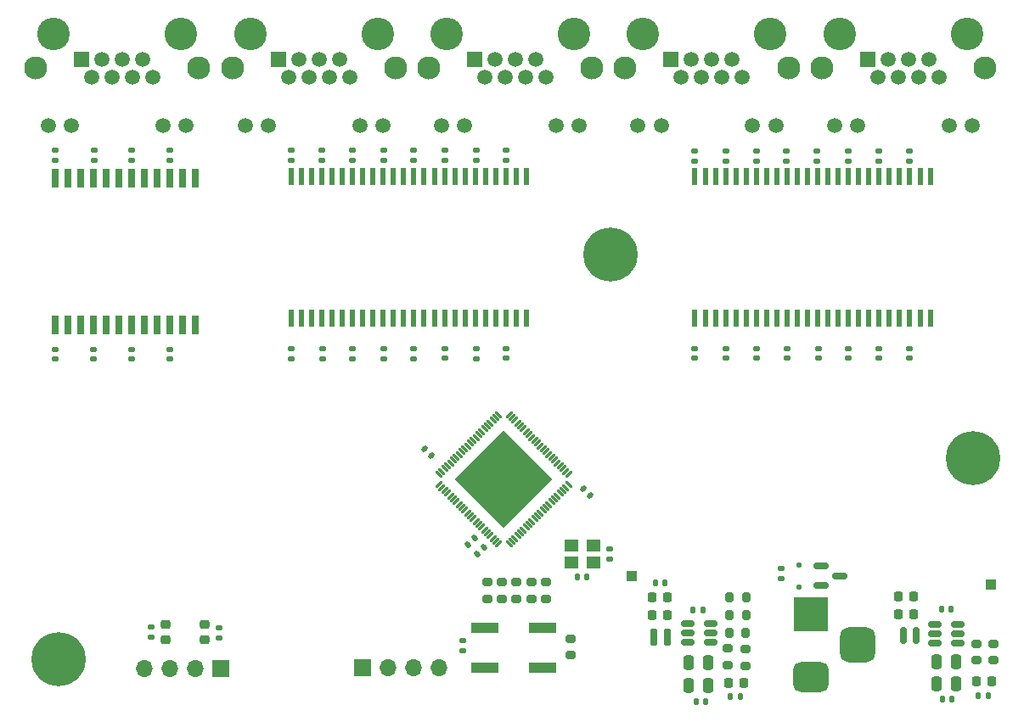
<source format=gts>
G04 #@! TF.GenerationSoftware,KiCad,Pcbnew,(7.0.0)*
G04 #@! TF.CreationDate,2023-06-14T17:50:15+02:00*
G04 #@! TF.ProjectId,Switch ETHERNET,53776974-6368-4204-9554-4845524e4554,rev?*
G04 #@! TF.SameCoordinates,Original*
G04 #@! TF.FileFunction,Soldermask,Top*
G04 #@! TF.FilePolarity,Negative*
%FSLAX46Y46*%
G04 Gerber Fmt 4.6, Leading zero omitted, Abs format (unit mm)*
G04 Created by KiCad (PCBNEW (7.0.0)) date 2023-06-14 17:50:15*
%MOMM*%
%LPD*%
G01*
G04 APERTURE LIST*
G04 Aperture macros list*
%AMRoundRect*
0 Rectangle with rounded corners*
0 $1 Rounding radius*
0 $2 $3 $4 $5 $6 $7 $8 $9 X,Y pos of 4 corners*
0 Add a 4 corners polygon primitive as box body*
4,1,4,$2,$3,$4,$5,$6,$7,$8,$9,$2,$3,0*
0 Add four circle primitives for the rounded corners*
1,1,$1+$1,$2,$3*
1,1,$1+$1,$4,$5*
1,1,$1+$1,$6,$7*
1,1,$1+$1,$8,$9*
0 Add four rect primitives between the rounded corners*
20,1,$1+$1,$2,$3,$4,$5,0*
20,1,$1+$1,$4,$5,$6,$7,0*
20,1,$1+$1,$6,$7,$8,$9,0*
20,1,$1+$1,$8,$9,$2,$3,0*%
%AMRotRect*
0 Rectangle, with rotation*
0 The origin of the aperture is its center*
0 $1 length*
0 $2 width*
0 $3 Rotation angle, in degrees counterclockwise*
0 Add horizontal line*
21,1,$1,$2,0,0,$3*%
G04 Aperture macros list end*
%ADD10R,1.000000X1.000000*%
%ADD11RoundRect,0.140000X0.170000X-0.140000X0.170000X0.140000X-0.170000X0.140000X-0.170000X-0.140000X0*%
%ADD12RoundRect,0.225000X-0.225000X-0.250000X0.225000X-0.250000X0.225000X0.250000X-0.225000X0.250000X0*%
%ADD13RoundRect,0.150000X-0.587500X-0.150000X0.587500X-0.150000X0.587500X0.150000X-0.587500X0.150000X0*%
%ADD14RoundRect,0.135000X0.185000X-0.135000X0.185000X0.135000X-0.185000X0.135000X-0.185000X-0.135000X0*%
%ADD15RoundRect,0.200000X-0.275000X0.200000X-0.275000X-0.200000X0.275000X-0.200000X0.275000X0.200000X0*%
%ADD16RoundRect,0.225000X0.250000X-0.225000X0.250000X0.225000X-0.250000X0.225000X-0.250000X-0.225000X0*%
%ADD17C,0.800000*%
%ADD18C,5.400000*%
%ADD19R,1.700000X1.700000*%
%ADD20O,1.700000X1.700000*%
%ADD21RoundRect,0.140000X-0.021213X0.219203X-0.219203X0.021213X0.021213X-0.219203X0.219203X-0.021213X0*%
%ADD22RoundRect,0.200000X0.275000X-0.200000X0.275000X0.200000X-0.275000X0.200000X-0.275000X-0.200000X0*%
%ADD23RoundRect,0.006600X0.219203X0.365433X-0.365433X-0.219203X-0.219203X-0.365433X0.365433X0.219203X0*%
%ADD24RoundRect,0.022000X-0.219203X0.343654X-0.343654X0.219203X0.219203X-0.343654X0.343654X-0.219203X0*%
%ADD25RotRect,6.900000X6.900000X225.000000*%
%ADD26RoundRect,0.140000X-0.140000X-0.170000X0.140000X-0.170000X0.140000X0.170000X-0.140000X0.170000X0*%
%ADD27C,3.250000*%
%ADD28R,1.500000X1.500000*%
%ADD29C,1.500000*%
%ADD30C,2.300000*%
%ADD31RoundRect,0.135000X-0.135000X-0.185000X0.135000X-0.185000X0.135000X0.185000X-0.135000X0.185000X0*%
%ADD32RoundRect,0.250000X-0.250000X-0.475000X0.250000X-0.475000X0.250000X0.475000X-0.250000X0.475000X0*%
%ADD33RoundRect,0.190000X0.190000X-0.765000X0.190000X0.765000X-0.190000X0.765000X-0.190000X-0.765000X0*%
%ADD34R,3.500000X3.500000*%
%ADD35RoundRect,0.750000X1.000000X-0.750000X1.000000X0.750000X-1.000000X0.750000X-1.000000X-0.750000X0*%
%ADD36RoundRect,0.875000X0.875000X-0.875000X0.875000X0.875000X-0.875000X0.875000X-0.875000X-0.875000X0*%
%ADD37RoundRect,0.140000X0.219203X0.021213X0.021213X0.219203X-0.219203X-0.021213X-0.021213X-0.219203X0*%
%ADD38R,0.630000X1.700000*%
%ADD39R,1.400000X1.200000*%
%ADD40R,2.800000X1.000000*%
%ADD41RoundRect,0.140000X-0.219203X-0.021213X-0.021213X-0.219203X0.219203X0.021213X0.021213X0.219203X0*%
%ADD42RoundRect,0.140000X0.140000X0.170000X-0.140000X0.170000X-0.140000X-0.170000X0.140000X-0.170000X0*%
%ADD43RoundRect,0.200000X-0.200000X-0.275000X0.200000X-0.275000X0.200000X0.275000X-0.200000X0.275000X0*%
%ADD44RoundRect,0.140000X-0.170000X0.140000X-0.170000X-0.140000X0.170000X-0.140000X0.170000X0.140000X0*%
%ADD45RoundRect,0.152174X0.197826X0.697826X-0.197826X0.697826X-0.197826X-0.697826X0.197826X-0.697826X0*%
%ADD46RoundRect,0.141304X0.183696X0.683696X-0.183696X0.683696X-0.183696X-0.683696X0.183696X-0.683696X0*%
%ADD47RoundRect,0.150000X-0.512500X-0.150000X0.512500X-0.150000X0.512500X0.150000X-0.512500X0.150000X0*%
%ADD48RoundRect,0.125000X0.125000X-0.125000X0.125000X0.125000X-0.125000X0.125000X-0.125000X-0.125000X0*%
%ADD49RoundRect,0.200000X0.200000X0.275000X-0.200000X0.275000X-0.200000X-0.275000X0.200000X-0.275000X0*%
%ADD50RoundRect,0.225000X0.225000X0.250000X-0.225000X0.250000X-0.225000X-0.250000X0.225000X-0.250000X0*%
%ADD51RoundRect,0.135000X0.135000X0.185000X-0.135000X0.185000X-0.135000X-0.185000X0.135000X-0.185000X0*%
G04 APERTURE END LIST*
D10*
X247849999Y-86649999D03*
D11*
X221400000Y-64080000D03*
X221400000Y-63120000D03*
D12*
X238603800Y-89593400D03*
X240153800Y-89593400D03*
D11*
X184200000Y-64100000D03*
X184200000Y-63140000D03*
D13*
X230902800Y-84839000D03*
X230902800Y-86739000D03*
X232777800Y-85789000D03*
D14*
X221400000Y-44452000D03*
X221400000Y-43432000D03*
D15*
X248123800Y-92568400D03*
X248123800Y-94218400D03*
D16*
X165540000Y-92200500D03*
X165540000Y-90650500D03*
D15*
X221635000Y-93051400D03*
X221635000Y-94701400D03*
D17*
X244043109Y-74068109D03*
X244636218Y-72636218D03*
X244636218Y-75500000D03*
X246068109Y-72043109D03*
D18*
X246068109Y-74068109D03*
D17*
X246068109Y-76093109D03*
X247500000Y-72636218D03*
X247500000Y-75500000D03*
X248093109Y-74068109D03*
D19*
X171058999Y-95082799D03*
D20*
X168518999Y-95082799D03*
X165978999Y-95082799D03*
X163438999Y-95082799D03*
D14*
X224500000Y-44452000D03*
X224500000Y-43432000D03*
D11*
X162180000Y-64140000D03*
X162180000Y-63180000D03*
D21*
X196402011Y-82017989D03*
X195723189Y-82696811D03*
D11*
X230650000Y-64080000D03*
X230650000Y-63120000D03*
D14*
X187290000Y-44325000D03*
X187290000Y-43305000D03*
D22*
X223385000Y-94776400D03*
X223385000Y-93126400D03*
X202031600Y-88072400D03*
X202031600Y-86422400D03*
D23*
X205745584Y-75647057D03*
X205462742Y-75364214D03*
X205179899Y-75081371D03*
X204897056Y-74798528D03*
X204614214Y-74515686D03*
X204331371Y-74232843D03*
X204048528Y-73950000D03*
X203765685Y-73667158D03*
X203482843Y-73384315D03*
X203200000Y-73101472D03*
X202917157Y-72818629D03*
X202634315Y-72535787D03*
X202351472Y-72252944D03*
X202068629Y-71970101D03*
X201785786Y-71687259D03*
X201502944Y-71404416D03*
X201220101Y-71121573D03*
X200937258Y-70838730D03*
X200654416Y-70555888D03*
X200371573Y-70273045D03*
X200088730Y-69990202D03*
X199805887Y-69707360D03*
D24*
X198766441Y-69707360D03*
X198483598Y-69990202D03*
X198200755Y-70273045D03*
X197917912Y-70555888D03*
X197635070Y-70838730D03*
X197352227Y-71121573D03*
X197069384Y-71404416D03*
X196786542Y-71687259D03*
X196503699Y-71970101D03*
X196220856Y-72252944D03*
X195938013Y-72535787D03*
X195655171Y-72818629D03*
X195372328Y-73101472D03*
X195089485Y-73384315D03*
X194806643Y-73667158D03*
X194523800Y-73950000D03*
X194240957Y-74232843D03*
X193958114Y-74515686D03*
X193675272Y-74798528D03*
X193392429Y-75081371D03*
X193109586Y-75364214D03*
X192826744Y-75647057D03*
D23*
X192826744Y-76686503D03*
X193109586Y-76969346D03*
X193392429Y-77252189D03*
X193675272Y-77535032D03*
X193958114Y-77817874D03*
X194240957Y-78100717D03*
X194523800Y-78383560D03*
X194806643Y-78666402D03*
X195089485Y-78949245D03*
X195372328Y-79232088D03*
X195655171Y-79514931D03*
X195938013Y-79797773D03*
X196220856Y-80080616D03*
X196503699Y-80363459D03*
X196786542Y-80646301D03*
X197069384Y-80929144D03*
X197352227Y-81211987D03*
X197635070Y-81494830D03*
X197917912Y-81777672D03*
X198200755Y-82060515D03*
X198483598Y-82343358D03*
X198766441Y-82626200D03*
D24*
X199805887Y-82626200D03*
X200088730Y-82343358D03*
X200371573Y-82060515D03*
X200654416Y-81777672D03*
X200937258Y-81494830D03*
X201220101Y-81211987D03*
X201502944Y-80929144D03*
X201785786Y-80646301D03*
X202068629Y-80363459D03*
X202351472Y-80080616D03*
X202634315Y-79797773D03*
X202917157Y-79514931D03*
X203200000Y-79232088D03*
X203482843Y-78949245D03*
X203765685Y-78666402D03*
X204048528Y-78383560D03*
X204331371Y-78100717D03*
X204614214Y-77817874D03*
X204897056Y-77535032D03*
X205179899Y-77252189D03*
X205462742Y-76969346D03*
X205745584Y-76686503D03*
D25*
X199286163Y-76166779D03*
D22*
X246373800Y-94218400D03*
X246373800Y-92568400D03*
D26*
X218155000Y-89201400D03*
X219115000Y-89201400D03*
D11*
X154570000Y-64140000D03*
X154570000Y-63180000D03*
X190300000Y-64100000D03*
X190300000Y-63140000D03*
D16*
X169418000Y-92200500D03*
X169418000Y-90650500D03*
D27*
X154404000Y-31690000D03*
X167104000Y-31690000D03*
D28*
X157193999Y-34229999D03*
D29*
X158210000Y-36010000D03*
X159226000Y-34230000D03*
X160242000Y-36010000D03*
X161258000Y-34230000D03*
X162274000Y-36010000D03*
X163290000Y-34230000D03*
X164306000Y-36010000D03*
X153894000Y-40830000D03*
X156184000Y-40830000D03*
X165324000Y-40830000D03*
X167614000Y-40830000D03*
D30*
X152624000Y-35120000D03*
X168884000Y-35120000D03*
D12*
X214025000Y-89701400D03*
X215575000Y-89701400D03*
D31*
X221865000Y-97851400D03*
X222885000Y-97851400D03*
D32*
X217735000Y-96701400D03*
X219635000Y-96701400D03*
D27*
X173992000Y-31690000D03*
X186692000Y-31690000D03*
D28*
X176781999Y-34229999D03*
D29*
X177798000Y-36010000D03*
X178814000Y-34230000D03*
X179830000Y-36010000D03*
X180846000Y-34230000D03*
X181862000Y-36010000D03*
X182878000Y-34230000D03*
X183894000Y-36010000D03*
X173482000Y-40830000D03*
X175772000Y-40830000D03*
X184912000Y-40830000D03*
X187202000Y-40830000D03*
D30*
X172212000Y-35120000D03*
X188472000Y-35120000D03*
D33*
X154580000Y-60740000D03*
X155850000Y-60740000D03*
X157120000Y-60740000D03*
X158390000Y-60740000D03*
X159660000Y-60740000D03*
X160930000Y-60740000D03*
X162200000Y-60740000D03*
X163470000Y-60740000D03*
X164740000Y-60740000D03*
X166010000Y-60740000D03*
X167280000Y-60740000D03*
X168550000Y-60740000D03*
X168550000Y-46140000D03*
X167280000Y-46140000D03*
X166010000Y-46140000D03*
X164740000Y-46140000D03*
X163470000Y-46140000D03*
X162200000Y-46140000D03*
X160930000Y-46140000D03*
X159660000Y-46140000D03*
X158390000Y-46140000D03*
X157120000Y-46140000D03*
X155850000Y-46140000D03*
X154580000Y-46140000D03*
D34*
X229869999Y-89661999D03*
D35*
X229870000Y-95862000D03*
D36*
X234570000Y-92662000D03*
D14*
X184200000Y-44325000D03*
X184200000Y-43305000D03*
X196500000Y-44325000D03*
X196500000Y-43305000D03*
D21*
X197340511Y-82922271D03*
X196661689Y-83601093D03*
D26*
X214370000Y-86500000D03*
X215330000Y-86500000D03*
D11*
X199500000Y-64080000D03*
X199500000Y-63120000D03*
D14*
X239700000Y-44452000D03*
X239700000Y-43432000D03*
X190280000Y-44325000D03*
X190280000Y-43305000D03*
D22*
X205919600Y-93726200D03*
X205919600Y-92076200D03*
D19*
X185165999Y-94955799D03*
D20*
X187705999Y-94955799D03*
X190245999Y-94955799D03*
X192785999Y-94955799D03*
D37*
X192093222Y-73765222D03*
X191414400Y-73086400D03*
D38*
X218339999Y-60108651D03*
X219359999Y-60108651D03*
X220379999Y-60108651D03*
X221399999Y-60108651D03*
X222419999Y-60108651D03*
X223439999Y-60108651D03*
X224459999Y-60108651D03*
X225479999Y-60108651D03*
X226499999Y-60108651D03*
X227519999Y-60108651D03*
X228539999Y-60108651D03*
X229559999Y-60108651D03*
X230579999Y-60108651D03*
X231599999Y-60108651D03*
X232619999Y-60108651D03*
X233639999Y-60108651D03*
X234659999Y-60108651D03*
X235679999Y-60108651D03*
X236699999Y-60108651D03*
X237719999Y-60108651D03*
X238739999Y-60108651D03*
X239759999Y-60108651D03*
X240779999Y-60108651D03*
X241799999Y-60108651D03*
X241799999Y-45908651D03*
X240779999Y-45908651D03*
X239759999Y-45908651D03*
X238739999Y-45908651D03*
X237719999Y-45908651D03*
X236699999Y-45908651D03*
X235679999Y-45908651D03*
X234659999Y-45908651D03*
X233639999Y-45908651D03*
X232619999Y-45908651D03*
X231599999Y-45908651D03*
X230579999Y-45908651D03*
X229559999Y-45908651D03*
X228539999Y-45908651D03*
X227519999Y-45908651D03*
X226499999Y-45908651D03*
X225479999Y-45908651D03*
X224459999Y-45908651D03*
X223439999Y-45908651D03*
X222419999Y-45908651D03*
X221399999Y-45908651D03*
X220379999Y-45908651D03*
X219359999Y-45908651D03*
X218339999Y-45908651D03*
D11*
X236700000Y-64080000D03*
X236700000Y-63120000D03*
X187300000Y-64100000D03*
X187300000Y-63140000D03*
X181200000Y-64100000D03*
X181200000Y-63140000D03*
D22*
X197612000Y-88072400D03*
X197612000Y-86422400D03*
X200558400Y-88072400D03*
X200558400Y-86422400D03*
D11*
X196500000Y-64100000D03*
X196500000Y-63140000D03*
D32*
X242453800Y-96583400D03*
X244353800Y-96583400D03*
D26*
X242903800Y-89083400D03*
X243863800Y-89083400D03*
D11*
X178100000Y-64100000D03*
X178100000Y-63140000D03*
D39*
X206011599Y-84451999D03*
X208211599Y-84451999D03*
X208211599Y-82751999D03*
X206011599Y-82751999D03*
D27*
X232750000Y-31690000D03*
X245450000Y-31690000D03*
D28*
X235539999Y-34229999D03*
D29*
X236556000Y-36010000D03*
X237572000Y-34230000D03*
X238588000Y-36010000D03*
X239604000Y-34230000D03*
X240620000Y-36010000D03*
X241636000Y-34230000D03*
X242652000Y-36010000D03*
X232240000Y-40830000D03*
X234530000Y-40830000D03*
X243670000Y-40830000D03*
X245960000Y-40830000D03*
D30*
X230970000Y-35120000D03*
X247230000Y-35120000D03*
D40*
X197369599Y-90976199D03*
X203169599Y-90976199D03*
X197369599Y-94976199D03*
X203169599Y-94976199D03*
D32*
X217735000Y-94451400D03*
X219635000Y-94451400D03*
D14*
X170916600Y-92024100D03*
X170916600Y-91004100D03*
D11*
X193400000Y-64080000D03*
X193400000Y-63120000D03*
D10*
X211999999Y-85799999D03*
D11*
X227550000Y-64080000D03*
X227550000Y-63120000D03*
D41*
X207178589Y-77115789D03*
X207857411Y-77794611D03*
D12*
X221685000Y-96451400D03*
X223235000Y-96451400D03*
D11*
X209804000Y-84084600D03*
X209804000Y-83124600D03*
D32*
X242453800Y-94333400D03*
X244353800Y-94333400D03*
D11*
X233650000Y-64080000D03*
X233650000Y-63120000D03*
D12*
X238603800Y-87833400D03*
X240153800Y-87833400D03*
D42*
X207538200Y-85913400D03*
X206578200Y-85913400D03*
D27*
X213176000Y-31690000D03*
X225876000Y-31690000D03*
D28*
X215965999Y-34229999D03*
D29*
X216982000Y-36010000D03*
X217998000Y-34230000D03*
X219014000Y-36010000D03*
X220030000Y-34230000D03*
X221046000Y-36010000D03*
X222062000Y-34230000D03*
X223078000Y-36010000D03*
X212666000Y-40830000D03*
X214956000Y-40830000D03*
X224096000Y-40830000D03*
X226386000Y-40830000D03*
D30*
X211396000Y-35120000D03*
X227656000Y-35120000D03*
D11*
X158380000Y-64140000D03*
X158380000Y-63180000D03*
D22*
X199085200Y-88072400D03*
X199085200Y-86422400D03*
D17*
X152900000Y-94150000D03*
X153493109Y-92718109D03*
X153493109Y-95581891D03*
X154925000Y-92125000D03*
D18*
X154925000Y-94150000D03*
D17*
X154925000Y-96175000D03*
X156356891Y-92718109D03*
X156356891Y-95581891D03*
X156950000Y-94150000D03*
D43*
X221810000Y-87951400D03*
X223460000Y-87951400D03*
D11*
X224500000Y-64080000D03*
X224500000Y-63120000D03*
X239750000Y-64080000D03*
X239750000Y-63120000D03*
D14*
X154580000Y-44325000D03*
X154580000Y-43305000D03*
X193400000Y-44325000D03*
X193400000Y-43305000D03*
D22*
X203504800Y-88072400D03*
X203504800Y-86422400D03*
D14*
X227457000Y-44452000D03*
X227457000Y-43432000D03*
D44*
X195150000Y-92266200D03*
X195150000Y-93226200D03*
D14*
X178100000Y-44325000D03*
X178100000Y-43305000D03*
D45*
X215600000Y-91900000D03*
X214210000Y-91900000D03*
D14*
X166010000Y-44325000D03*
X166010000Y-43305000D03*
D26*
X218440000Y-98350000D03*
X219400000Y-98350000D03*
D14*
X162190000Y-44325000D03*
X162190000Y-43305000D03*
D11*
X218310000Y-64080000D03*
X218310000Y-63120000D03*
D46*
X240400000Y-91750000D03*
X239120000Y-91750000D03*
D14*
X199500000Y-44325000D03*
X199500000Y-43305000D03*
D47*
X217610000Y-90551400D03*
X217610000Y-91501400D03*
X217610000Y-92451400D03*
X219885000Y-92451400D03*
X219885000Y-91501400D03*
X219885000Y-90551400D03*
D14*
X233600000Y-44452000D03*
X233600000Y-43432000D03*
D38*
X178069999Y-60108651D03*
X179089999Y-60108651D03*
X180109999Y-60108651D03*
X181129999Y-60108651D03*
X182149999Y-60108651D03*
X183169999Y-60108651D03*
X184189999Y-60108651D03*
X185209999Y-60108651D03*
X186229999Y-60108651D03*
X187249999Y-60108651D03*
X188269999Y-60108651D03*
X189289999Y-60108651D03*
X190309999Y-60108651D03*
X191329999Y-60108651D03*
X192349999Y-60108651D03*
X193369999Y-60108651D03*
X194389999Y-60108651D03*
X195409999Y-60108651D03*
X196429999Y-60108651D03*
X197449999Y-60108651D03*
X198469999Y-60108651D03*
X199489999Y-60108651D03*
X200509999Y-60108651D03*
X201529999Y-60108651D03*
X201529999Y-45908651D03*
X200509999Y-45908651D03*
X199489999Y-45908651D03*
X198469999Y-45908651D03*
X197449999Y-45908651D03*
X196429999Y-45908651D03*
X195409999Y-45908651D03*
X194389999Y-45908651D03*
X193369999Y-45908651D03*
X192349999Y-45908651D03*
X191329999Y-45908651D03*
X190309999Y-45908651D03*
X189289999Y-45908651D03*
X188269999Y-45908651D03*
X187249999Y-45908651D03*
X186229999Y-45908651D03*
X185209999Y-45908651D03*
X184189999Y-45908651D03*
X183169999Y-45908651D03*
X182149999Y-45908651D03*
X181129999Y-45908651D03*
X180109999Y-45908651D03*
X179089999Y-45908651D03*
X178069999Y-45908651D03*
D14*
X226935800Y-86043000D03*
X226935800Y-85023000D03*
D12*
X214025000Y-87950000D03*
X215575000Y-87950000D03*
D48*
X228713800Y-86889000D03*
X228713800Y-84689000D03*
D49*
X223460000Y-89701400D03*
X221810000Y-89701400D03*
D14*
X181100000Y-44325000D03*
X181100000Y-43305000D03*
D50*
X247923800Y-96300000D03*
X246373800Y-96300000D03*
D47*
X242266300Y-90633400D03*
X242266300Y-91583400D03*
X242266300Y-92533400D03*
X244541300Y-92533400D03*
X244541300Y-91583400D03*
X244541300Y-90633400D03*
D14*
X230505000Y-44452000D03*
X230505000Y-43432000D03*
D27*
X193590000Y-31690000D03*
X206290000Y-31690000D03*
D28*
X196379999Y-34229999D03*
D29*
X197396000Y-36010000D03*
X198412000Y-34230000D03*
X199428000Y-36010000D03*
X200444000Y-34230000D03*
X201460000Y-36010000D03*
X202476000Y-34230000D03*
X203492000Y-36010000D03*
X193080000Y-40830000D03*
X195370000Y-40830000D03*
X204510000Y-40830000D03*
X206800000Y-40830000D03*
D30*
X191810000Y-35120000D03*
X208070000Y-35120000D03*
D11*
X166000000Y-64140000D03*
X166000000Y-63180000D03*
D26*
X243001800Y-98105400D03*
X243961800Y-98105400D03*
D14*
X158400000Y-44325000D03*
X158400000Y-43305000D03*
D51*
X247573800Y-97750000D03*
X246553800Y-97750000D03*
D14*
X218304989Y-44452000D03*
X218304989Y-43432000D03*
X164140000Y-91935500D03*
X164140000Y-90915500D03*
X236700000Y-44452000D03*
X236700000Y-43432000D03*
D17*
X207906891Y-53718109D03*
X208500000Y-52286218D03*
X208500000Y-55150000D03*
X209931891Y-51693109D03*
D18*
X209931891Y-53718109D03*
D17*
X209931891Y-55743109D03*
X211363782Y-52286218D03*
X211363782Y-55150000D03*
X211956891Y-53718109D03*
D43*
X221735000Y-91451400D03*
X223385000Y-91451400D03*
M02*

</source>
